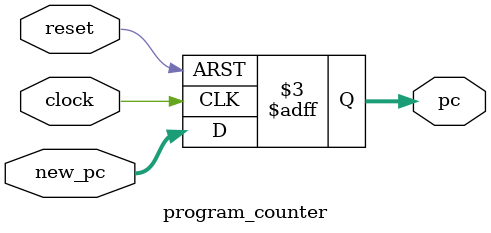
<source format=v>
module program_counter (input clock, reset,
           input [31:0] new_pc,
           output reg [31:0] pc);
    
    always @ (posedge clock, posedge reset) begin
        if (reset == 1'b1)
            pc <= 32'b0;
        else
            pc <= new_pc;
    end

endmodule

</source>
